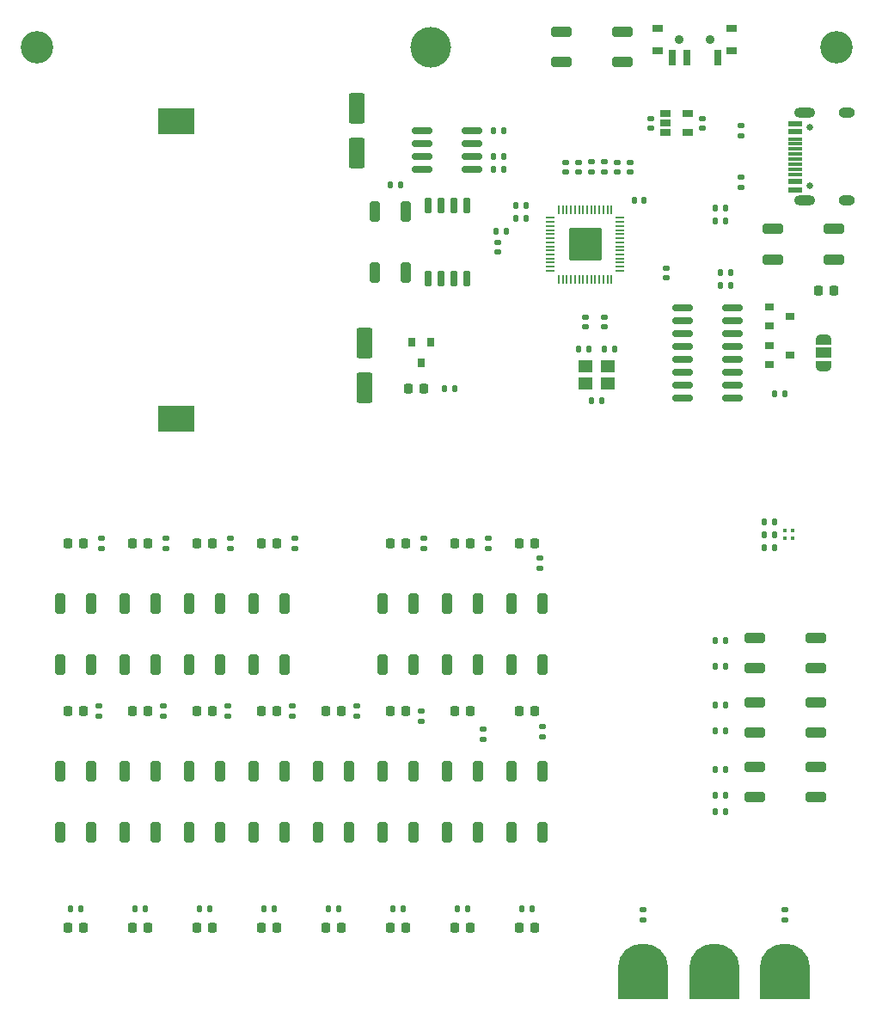
<source format=gbr>
%TF.GenerationSoftware,KiCad,Pcbnew,6.0.9-8da3e8f707~116~ubuntu22.04.1*%
%TF.CreationDate,2022-12-01T21:45:54+01:00*%
%TF.ProjectId,anesidoraMk1,616e6573-6964-46f7-9261-4d6b312e6b69,rev?*%
%TF.SameCoordinates,PX5ddd8a8PY82ce540*%
%TF.FileFunction,Soldermask,Top*%
%TF.FilePolarity,Negative*%
%FSLAX46Y46*%
G04 Gerber Fmt 4.6, Leading zero omitted, Abs format (unit mm)*
G04 Created by KiCad (PCBNEW 6.0.9-8da3e8f707~116~ubuntu22.04.1) date 2022-12-01 21:45:54*
%MOMM*%
%LPD*%
G01*
G04 APERTURE LIST*
G04 Aperture macros list*
%AMRoundRect*
0 Rectangle with rounded corners*
0 $1 Rounding radius*
0 $2 $3 $4 $5 $6 $7 $8 $9 X,Y pos of 4 corners*
0 Add a 4 corners polygon primitive as box body*
4,1,4,$2,$3,$4,$5,$6,$7,$8,$9,$2,$3,0*
0 Add four circle primitives for the rounded corners*
1,1,$1+$1,$2,$3*
1,1,$1+$1,$4,$5*
1,1,$1+$1,$6,$7*
1,1,$1+$1,$8,$9*
0 Add four rect primitives between the rounded corners*
20,1,$1+$1,$2,$3,$4,$5,0*
20,1,$1+$1,$4,$5,$6,$7,0*
20,1,$1+$1,$6,$7,$8,$9,0*
20,1,$1+$1,$8,$9,$2,$3,0*%
%AMFreePoly0*
4,1,22,0.550000,-0.750000,0.000000,-0.750000,0.000000,-0.745033,-0.079941,-0.743568,-0.215256,-0.701293,-0.333266,-0.622738,-0.424486,-0.514219,-0.481581,-0.384460,-0.499164,-0.250000,-0.500000,-0.250000,-0.500000,0.250000,-0.499164,0.250000,-0.499963,0.256109,-0.478152,0.396186,-0.417904,0.524511,-0.324060,0.630769,-0.204165,0.706417,-0.067858,0.745374,0.000000,0.744959,0.000000,0.750000,
0.550000,0.750000,0.550000,-0.750000,0.550000,-0.750000,$1*%
%AMFreePoly1*
4,1,20,0.000000,0.744959,0.073905,0.744508,0.209726,0.703889,0.328688,0.626782,0.421226,0.519385,0.479903,0.390333,0.500000,0.250000,0.500000,-0.250000,0.499851,-0.262216,0.476331,-0.402017,0.414519,-0.529596,0.319384,-0.634700,0.198574,-0.708877,0.061801,-0.746166,0.000000,-0.745033,0.000000,-0.750000,-0.550000,-0.750000,-0.550000,0.750000,0.000000,0.750000,0.000000,0.744959,
0.000000,0.744959,$1*%
G04 Aperture macros list end*
%ADD10RoundRect,0.250000X0.550000X-1.250000X0.550000X1.250000X-0.550000X1.250000X-0.550000X-1.250000X0*%
%ADD11RoundRect,0.140000X-0.140000X-0.170000X0.140000X-0.170000X0.140000X0.170000X-0.140000X0.170000X0*%
%ADD12RoundRect,0.218750X-0.218750X-0.256250X0.218750X-0.256250X0.218750X0.256250X-0.218750X0.256250X0*%
%ADD13R,0.800000X0.900000*%
%ADD14R,0.900000X0.800000*%
%ADD15RoundRect,0.135000X-0.135000X-0.185000X0.135000X-0.185000X0.135000X0.185000X-0.135000X0.185000X0*%
%ADD16RoundRect,0.135000X0.185000X-0.135000X0.185000X0.135000X-0.185000X0.135000X-0.185000X-0.135000X0*%
%ADD17C,0.900000*%
%ADD18R,1.000000X0.800000*%
%ADD19R,0.700000X1.500000*%
%ADD20RoundRect,0.250000X0.750000X0.250000X-0.750000X0.250000X-0.750000X-0.250000X0.750000X-0.250000X0*%
%ADD21RoundRect,0.250000X0.250000X-0.750000X0.250000X0.750000X-0.250000X0.750000X-0.250000X-0.750000X0*%
%ADD22C,0.650000*%
%ADD23R,1.450000X0.600000*%
%ADD24R,1.450000X0.300000*%
%ADD25O,2.100000X1.000000*%
%ADD26O,1.600000X1.000000*%
%ADD27R,3.600000X2.600000*%
%ADD28RoundRect,0.250000X-0.750000X-0.250000X0.750000X-0.250000X0.750000X0.250000X-0.750000X0.250000X0*%
%ADD29FreePoly0,90.000000*%
%ADD30R,1.500000X1.000000*%
%ADD31FreePoly1,90.000000*%
%ADD32C,5.000000*%
%ADD33R,5.000000X3.000000*%
%ADD34R,1.060000X0.650000*%
%ADD35RoundRect,0.140000X0.170000X-0.140000X0.170000X0.140000X-0.170000X0.140000X-0.170000X-0.140000X0*%
%ADD36RoundRect,0.135000X0.135000X0.185000X-0.135000X0.185000X-0.135000X-0.185000X0.135000X-0.185000X0*%
%ADD37RoundRect,0.250000X-0.550000X1.250000X-0.550000X-1.250000X0.550000X-1.250000X0.550000X1.250000X0*%
%ADD38RoundRect,0.140000X0.140000X0.170000X-0.140000X0.170000X-0.140000X-0.170000X0.140000X-0.170000X0*%
%ADD39R,0.450000X0.450000*%
%ADD40RoundRect,0.250000X-0.250000X0.750000X-0.250000X-0.750000X0.250000X-0.750000X0.250000X0.750000X0*%
%ADD41RoundRect,0.150000X0.150000X-0.650000X0.150000X0.650000X-0.150000X0.650000X-0.150000X-0.650000X0*%
%ADD42RoundRect,0.050000X-0.387500X-0.050000X0.387500X-0.050000X0.387500X0.050000X-0.387500X0.050000X0*%
%ADD43RoundRect,0.050000X-0.050000X-0.387500X0.050000X-0.387500X0.050000X0.387500X-0.050000X0.387500X0*%
%ADD44RoundRect,0.144000X-1.456000X-1.456000X1.456000X-1.456000X1.456000X1.456000X-1.456000X1.456000X0*%
%ADD45R,1.400000X1.200000*%
%ADD46RoundRect,0.140000X-0.170000X0.140000X-0.170000X-0.140000X0.170000X-0.140000X0.170000X0.140000X0*%
%ADD47RoundRect,0.150000X-0.825000X-0.150000X0.825000X-0.150000X0.825000X0.150000X-0.825000X0.150000X0*%
%ADD48RoundRect,0.218750X0.218750X0.256250X-0.218750X0.256250X-0.218750X-0.256250X0.218750X-0.256250X0*%
%ADD49C,3.200000*%
%ADD50C,4.000000*%
G04 APERTURE END LIST*
D10*
%TO.C,C16*%
X36703000Y61046000D03*
X36703000Y65446000D03*
%TD*%
D11*
%TO.C,C21*%
X71275000Y23495000D03*
X72235000Y23495000D03*
%TD*%
%TO.C,C22*%
X71275000Y29845000D03*
X72235000Y29845000D03*
%TD*%
%TO.C,C24*%
X71275000Y19304000D03*
X72235000Y19304000D03*
%TD*%
D12*
%TO.C,D2*%
X7467500Y29210000D03*
X9042500Y29210000D03*
%TD*%
%TO.C,D3*%
X13817500Y29210000D03*
X15392500Y29210000D03*
%TD*%
%TO.C,D4*%
X20167500Y29210000D03*
X21742500Y29210000D03*
%TD*%
%TO.C,D5*%
X26517500Y29210000D03*
X28092500Y29210000D03*
%TD*%
%TO.C,D6*%
X32867500Y29210000D03*
X34442500Y29210000D03*
%TD*%
%TO.C,D7*%
X39217500Y29210000D03*
X40792500Y29210000D03*
%TD*%
%TO.C,D8*%
X45567500Y29210000D03*
X47142500Y29210000D03*
%TD*%
%TO.C,D17*%
X7467500Y45720000D03*
X9042500Y45720000D03*
%TD*%
%TO.C,D18*%
X13817500Y45720000D03*
X15392500Y45720000D03*
%TD*%
%TO.C,D19*%
X20167500Y45720000D03*
X21742500Y45720000D03*
%TD*%
%TO.C,D20*%
X26517500Y45720000D03*
X28092500Y45720000D03*
%TD*%
%TO.C,D21*%
X39217500Y45720000D03*
X40792500Y45720000D03*
%TD*%
%TO.C,D22*%
X45567500Y45720000D03*
X47142500Y45720000D03*
%TD*%
D13*
%TO.C,Q1*%
X43241000Y65516000D03*
X41341000Y65516000D03*
X42291000Y63516000D03*
%TD*%
D14*
%TO.C,Q2*%
X76597000Y65212000D03*
X76597000Y63312000D03*
X78597000Y64262000D03*
%TD*%
D15*
%TO.C,R7*%
X44575000Y60960000D03*
X45595000Y60960000D03*
%TD*%
D16*
%TO.C,R15*%
X10541000Y28700000D03*
X10541000Y29720000D03*
%TD*%
%TO.C,R16*%
X16891000Y28700000D03*
X16891000Y29720000D03*
%TD*%
%TO.C,R17*%
X23241000Y28700000D03*
X23241000Y29720000D03*
%TD*%
%TO.C,R18*%
X29591000Y28700000D03*
X29591000Y29720000D03*
%TD*%
%TO.C,R19*%
X35941000Y28700000D03*
X35941000Y29720000D03*
%TD*%
%TO.C,R20*%
X42291000Y28192000D03*
X42291000Y29212000D03*
%TD*%
%TO.C,R21*%
X48387000Y26414000D03*
X48387000Y27434000D03*
%TD*%
D15*
%TO.C,R29*%
X71245000Y27305000D03*
X72265000Y27305000D03*
%TD*%
D16*
%TO.C,R31*%
X10795000Y45210000D03*
X10795000Y46230000D03*
%TD*%
%TO.C,R32*%
X17145000Y45210000D03*
X17145000Y46230000D03*
%TD*%
%TO.C,R33*%
X23495000Y45210000D03*
X23495000Y46230000D03*
%TD*%
%TO.C,R34*%
X29845000Y45210000D03*
X29845000Y46230000D03*
%TD*%
%TO.C,R35*%
X42545000Y45210000D03*
X42545000Y46230000D03*
%TD*%
%TO.C,R36*%
X48895000Y45210000D03*
X48895000Y46230000D03*
%TD*%
D15*
%TO.C,R38*%
X77087000Y60452000D03*
X78107000Y60452000D03*
%TD*%
D17*
%TO.C,SW1*%
X70715000Y95326000D03*
D18*
X65565000Y94216000D03*
X72865000Y94216000D03*
X72865000Y96426000D03*
X65565000Y96426000D03*
D17*
X67715000Y95326000D03*
D19*
X71465000Y93566000D03*
X68465000Y93566000D03*
X66965000Y93566000D03*
%TD*%
D20*
%TO.C,SW3*%
X62055000Y93115000D03*
X56055000Y93115000D03*
X56055000Y96115000D03*
X62055000Y96115000D03*
%TD*%
D21*
%TO.C,SW5*%
X6755000Y17320000D03*
X6755000Y23320000D03*
X9755000Y17320000D03*
X9755000Y23320000D03*
%TD*%
%TO.C,SW7*%
X19455000Y17320000D03*
X19455000Y23320000D03*
X22455000Y23320000D03*
X22455000Y17320000D03*
%TD*%
%TO.C,SW8*%
X25805000Y17320000D03*
X25805000Y23320000D03*
X28805000Y23320000D03*
X28805000Y17320000D03*
%TD*%
%TO.C,SW9*%
X32155000Y17320000D03*
X32155000Y23320000D03*
X35155000Y23320000D03*
X35155000Y17320000D03*
%TD*%
%TO.C,SW10*%
X38505000Y23320000D03*
X38505000Y17320000D03*
X41505000Y17320000D03*
X41505000Y23320000D03*
%TD*%
%TO.C,SW11*%
X44855000Y23320000D03*
X44855000Y17320000D03*
X47855000Y17320000D03*
X47855000Y23320000D03*
%TD*%
%TO.C,SW15*%
X6755000Y33830000D03*
X6755000Y39830000D03*
X9755000Y33830000D03*
X9755000Y39830000D03*
%TD*%
%TO.C,SW16*%
X13105000Y33830000D03*
X13105000Y39830000D03*
X16105000Y33830000D03*
X16105000Y39830000D03*
%TD*%
%TO.C,SW17*%
X19455000Y33830000D03*
X19455000Y39830000D03*
X22455000Y39830000D03*
X22455000Y33830000D03*
%TD*%
%TO.C,SW18*%
X25805000Y33830000D03*
X25805000Y39830000D03*
X28805000Y33830000D03*
X28805000Y39830000D03*
%TD*%
%TO.C,SW19*%
X38505000Y33830000D03*
X38505000Y39830000D03*
X41505000Y39830000D03*
X41505000Y33830000D03*
%TD*%
%TO.C,SW20*%
X44855000Y33830000D03*
X44855000Y39830000D03*
X47855000Y33830000D03*
X47855000Y39830000D03*
%TD*%
D22*
%TO.C,J1*%
X80551000Y86708000D03*
X80551000Y80928000D03*
D23*
X79106000Y80568000D03*
X79106000Y81368000D03*
D24*
X79106000Y82568000D03*
X79106000Y83568000D03*
X79106000Y84068000D03*
X79106000Y85068000D03*
D23*
X79106000Y86268000D03*
X79106000Y87068000D03*
X79106000Y87068000D03*
X79106000Y86268000D03*
D24*
X79106000Y85568000D03*
X79106000Y84568000D03*
X79106000Y83068000D03*
X79106000Y82068000D03*
D23*
X79106000Y81368000D03*
X79106000Y80568000D03*
D25*
X80021000Y88138000D03*
D26*
X84201000Y79498000D03*
D25*
X80021000Y79498000D03*
D26*
X84201000Y88138000D03*
%TD*%
D27*
%TO.C,BT1*%
X18161000Y57994000D03*
X18161000Y87294000D03*
%TD*%
D15*
%TO.C,R23*%
X71245000Y20955000D03*
X72265000Y20955000D03*
%TD*%
%TO.C,R43*%
X71753000Y72390000D03*
X72773000Y72390000D03*
%TD*%
%TO.C,R42*%
X71753000Y71120000D03*
X72773000Y71120000D03*
%TD*%
D21*
%TO.C,SW21*%
X51205000Y39830000D03*
X51205000Y33830000D03*
X54205000Y39830000D03*
X54205000Y33830000D03*
%TD*%
%TO.C,SW12*%
X51205000Y23320000D03*
X51205000Y17320000D03*
X54205000Y23320000D03*
X54205000Y17320000D03*
%TD*%
D16*
%TO.C,R37*%
X53975000Y43305000D03*
X53975000Y44325000D03*
%TD*%
D12*
%TO.C,D23*%
X51917500Y45720000D03*
X53492500Y45720000D03*
%TD*%
%TO.C,D9*%
X51917500Y29210000D03*
X53492500Y29210000D03*
%TD*%
D21*
%TO.C,SW6*%
X13105000Y23320000D03*
X13105000Y17320000D03*
X16105000Y17320000D03*
X16105000Y23320000D03*
%TD*%
D28*
%TO.C,SW13*%
X81105000Y23725000D03*
X75105000Y23725000D03*
X81105000Y20725000D03*
X75105000Y20725000D03*
%TD*%
%TO.C,SW22*%
X81105000Y36425000D03*
X75105000Y36425000D03*
X75105000Y33425000D03*
X81105000Y33425000D03*
%TD*%
D15*
%TO.C,R41*%
X71245000Y33655000D03*
X72265000Y33655000D03*
%TD*%
D11*
%TO.C,C23*%
X71275000Y36195000D03*
X72235000Y36195000D03*
%TD*%
D28*
%TO.C,SW14*%
X75105000Y30075000D03*
X81105000Y30075000D03*
X81105000Y27075000D03*
X75105000Y27075000D03*
%TD*%
D29*
%TO.C,JP1*%
X81915000Y63216000D03*
D30*
X81915000Y64516000D03*
D31*
X81915000Y65816000D03*
%TD*%
D16*
%TO.C,R2*%
X73787000Y80770000D03*
X73787000Y81790000D03*
%TD*%
%TO.C,R3*%
X73787000Y85850000D03*
X73787000Y86870000D03*
%TD*%
%TO.C,R45*%
X78105000Y8634000D03*
X78105000Y9654000D03*
%TD*%
%TO.C,R44*%
X64135000Y8634000D03*
X64135000Y9654000D03*
%TD*%
D32*
%TO.C,TP3*%
X64135000Y3810000D03*
D33*
X64135000Y2310000D03*
X64135000Y2310000D03*
%TD*%
%TO.C,TP5*%
X71120000Y2310000D03*
X71120000Y2310000D03*
D32*
X71120000Y3810000D03*
%TD*%
%TO.C,TP4*%
X78105000Y3810000D03*
D33*
X78105000Y2310000D03*
X78105000Y2310000D03*
%TD*%
D34*
%TO.C,U1*%
X66337000Y88072000D03*
X66337000Y87122000D03*
X66337000Y86172000D03*
X68537000Y86172000D03*
X68537000Y88072000D03*
%TD*%
D35*
%TO.C,C12*%
X64897000Y86642000D03*
X64897000Y87602000D03*
%TD*%
D15*
%TO.C,R1*%
X71245000Y78740000D03*
X72265000Y78740000D03*
%TD*%
D36*
%TO.C,R12*%
X77091000Y47879000D03*
X76071000Y47879000D03*
%TD*%
%TO.C,R13*%
X77091000Y45339000D03*
X76071000Y45339000D03*
%TD*%
%TO.C,R14*%
X77091000Y46609000D03*
X76071000Y46609000D03*
%TD*%
D20*
%TO.C,SW2*%
X82883000Y73684000D03*
X76883000Y73684000D03*
X82883000Y76684000D03*
X76883000Y76684000D03*
%TD*%
D37*
%TO.C,C25*%
X35941000Y88560000D03*
X35941000Y84160000D03*
%TD*%
D38*
%TO.C,C14*%
X72235000Y77470000D03*
X71275000Y77470000D03*
%TD*%
%TO.C,C15*%
X40231000Y81026000D03*
X39271000Y81026000D03*
%TD*%
D39*
%TO.C,D1*%
X78101000Y46994000D03*
X78871000Y46994000D03*
X78871000Y46224000D03*
X78101000Y46224000D03*
%TD*%
D14*
%TO.C,Q3*%
X76597000Y69022000D03*
X76597000Y67122000D03*
X78597000Y68072000D03*
%TD*%
D40*
%TO.C,SW4*%
X40743000Y72438000D03*
X40743000Y78438000D03*
X37743000Y78438000D03*
X37743000Y72438000D03*
%TD*%
D15*
%TO.C,R4*%
X51560000Y77724000D03*
X52580000Y77724000D03*
%TD*%
D16*
%TO.C,R5*%
X60325000Y82294000D03*
X60325000Y83314000D03*
%TD*%
%TO.C,R6*%
X59055000Y82294000D03*
X59055000Y83314000D03*
%TD*%
D15*
%TO.C,R8*%
X51560000Y78994000D03*
X52580000Y78994000D03*
%TD*%
%TO.C,R9*%
X57783000Y64897000D03*
X58803000Y64897000D03*
%TD*%
D41*
%TO.C,U2*%
X42926000Y71838000D03*
X44196000Y71838000D03*
X45466000Y71838000D03*
X46736000Y71838000D03*
X46736000Y79038000D03*
X45466000Y79038000D03*
X44196000Y79038000D03*
X42926000Y79038000D03*
%TD*%
D42*
%TO.C,U3*%
X54982500Y77784000D03*
X54982500Y77384000D03*
X54982500Y76984000D03*
X54982500Y76584000D03*
X54982500Y76184000D03*
X54982500Y75784000D03*
X54982500Y75384000D03*
X54982500Y74984000D03*
X54982500Y74584000D03*
X54982500Y74184000D03*
X54982500Y73784000D03*
X54982500Y73384000D03*
X54982500Y72984000D03*
X54982500Y72584000D03*
D43*
X55820000Y71746500D03*
X56220000Y71746500D03*
X56620000Y71746500D03*
X57020000Y71746500D03*
X57420000Y71746500D03*
X57820000Y71746500D03*
X58220000Y71746500D03*
X58620000Y71746500D03*
X59020000Y71746500D03*
X59420000Y71746500D03*
X59820000Y71746500D03*
X60220000Y71746500D03*
X60620000Y71746500D03*
X61020000Y71746500D03*
D42*
X61857500Y72584000D03*
X61857500Y72984000D03*
X61857500Y73384000D03*
X61857500Y73784000D03*
X61857500Y74184000D03*
X61857500Y74584000D03*
X61857500Y74984000D03*
X61857500Y75384000D03*
X61857500Y75784000D03*
X61857500Y76184000D03*
X61857500Y76584000D03*
X61857500Y76984000D03*
X61857500Y77384000D03*
X61857500Y77784000D03*
D43*
X61020000Y78621500D03*
X60620000Y78621500D03*
X60220000Y78621500D03*
X59820000Y78621500D03*
X59420000Y78621500D03*
X59020000Y78621500D03*
X58620000Y78621500D03*
X58220000Y78621500D03*
X57820000Y78621500D03*
X57420000Y78621500D03*
X57020000Y78621500D03*
X56620000Y78621500D03*
X56220000Y78621500D03*
X55820000Y78621500D03*
D44*
X58420000Y75184000D03*
%TD*%
D45*
%TO.C,Y1*%
X58463000Y61507000D03*
X60663000Y61507000D03*
X60663000Y63207000D03*
X58463000Y63207000D03*
%TD*%
D35*
%TO.C,C1*%
X57785000Y82324000D03*
X57785000Y83284000D03*
%TD*%
%TO.C,C2*%
X56515000Y82324000D03*
X56515000Y83284000D03*
%TD*%
D11*
%TO.C,C3*%
X63274000Y79502000D03*
X64234000Y79502000D03*
%TD*%
D46*
%TO.C,C4*%
X61595000Y83284000D03*
X61595000Y82324000D03*
%TD*%
%TO.C,C5*%
X62865000Y83284000D03*
X62865000Y82324000D03*
%TD*%
D35*
%TO.C,C7*%
X60325000Y67084000D03*
X60325000Y68044000D03*
%TD*%
%TO.C,C8*%
X66421000Y71910000D03*
X66421000Y72870000D03*
%TD*%
%TO.C,C9*%
X58420000Y67084000D03*
X58420000Y68044000D03*
%TD*%
D46*
%TO.C,C10*%
X49784000Y75410000D03*
X49784000Y74450000D03*
%TD*%
D11*
%TO.C,C11*%
X49685000Y76454000D03*
X50645000Y76454000D03*
%TD*%
%TO.C,C17*%
X59083000Y59817000D03*
X60043000Y59817000D03*
%TD*%
D38*
%TO.C,C18*%
X61313000Y64897000D03*
X60353000Y64897000D03*
%TD*%
D46*
%TO.C,C13*%
X69977000Y87602000D03*
X69977000Y86642000D03*
%TD*%
D47*
%TO.C,U5*%
X68010000Y68961000D03*
X68010000Y67691000D03*
X68010000Y66421000D03*
X68010000Y65151000D03*
X68010000Y63881000D03*
X68010000Y62611000D03*
X68010000Y61341000D03*
X68010000Y60071000D03*
X72960000Y60071000D03*
X72960000Y61341000D03*
X72960000Y62611000D03*
X72960000Y63881000D03*
X72960000Y65151000D03*
X72960000Y66421000D03*
X72960000Y67691000D03*
X72960000Y68961000D03*
%TD*%
%TO.C,U4*%
X42356000Y86360000D03*
X42356000Y85090000D03*
X42356000Y83820000D03*
X42356000Y82550000D03*
X47306000Y82550000D03*
X47306000Y83820000D03*
X47306000Y85090000D03*
X47306000Y86360000D03*
%TD*%
D15*
%TO.C,R10*%
X49401000Y82550000D03*
X50421000Y82550000D03*
%TD*%
%TO.C,R11*%
X49401000Y83820000D03*
X50421000Y83820000D03*
%TD*%
D11*
%TO.C,C20*%
X49431000Y86360000D03*
X50391000Y86360000D03*
%TD*%
D48*
%TO.C,D25*%
X82956500Y70612000D03*
X81381500Y70612000D03*
%TD*%
%TO.C,D26*%
X42570500Y60960000D03*
X40995500Y60960000D03*
%TD*%
D49*
%TO.C,REF\u002A\u002A*%
X4445000Y94615000D03*
%TD*%
D50*
%TO.C,REF\u002A\u002A*%
X43180000Y94615000D03*
%TD*%
D49*
%TO.C,REF\u002A\u002A*%
X83185000Y94615000D03*
%TD*%
D15*
%TO.C,R24*%
X52195000Y9779000D03*
X53215000Y9779000D03*
%TD*%
%TO.C,R25*%
X45845000Y9779000D03*
X46865000Y9779000D03*
%TD*%
%TO.C,R26*%
X39495000Y9779000D03*
X40515000Y9779000D03*
%TD*%
%TO.C,R27*%
X33145000Y9779000D03*
X34165000Y9779000D03*
%TD*%
%TO.C,R28*%
X26795000Y9779000D03*
X27815000Y9779000D03*
%TD*%
%TO.C,R30*%
X20445000Y9779000D03*
X21465000Y9779000D03*
%TD*%
%TO.C,R39*%
X14095000Y9779000D03*
X15115000Y9779000D03*
%TD*%
%TO.C,R40*%
X7745000Y9779000D03*
X8765000Y9779000D03*
%TD*%
D12*
%TO.C,D10*%
X51917500Y7874000D03*
X53492500Y7874000D03*
%TD*%
%TO.C,D11*%
X45567500Y7874000D03*
X47142500Y7874000D03*
%TD*%
%TO.C,D12*%
X39217500Y7874000D03*
X40792500Y7874000D03*
%TD*%
%TO.C,D13*%
X32867500Y7874000D03*
X34442500Y7874000D03*
%TD*%
%TO.C,D14*%
X26517500Y7874000D03*
X28092500Y7874000D03*
%TD*%
%TO.C,D15*%
X20167500Y7874000D03*
X21742500Y7874000D03*
%TD*%
%TO.C,D16*%
X13817500Y7874000D03*
X15392500Y7874000D03*
%TD*%
%TO.C,D24*%
X7467500Y7874000D03*
X9042500Y7874000D03*
%TD*%
D16*
%TO.C,R22*%
X54229000Y26668000D03*
X54229000Y27688000D03*
%TD*%
M02*

</source>
